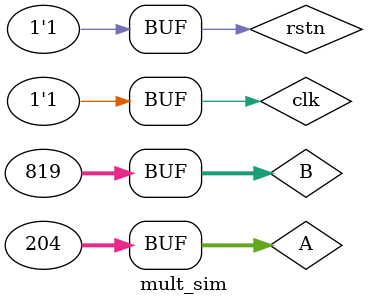
<source format=v>
`timescale 1ns / 1ps

module mult_sim();
    
    reg clk;
    reg rstn;

    wire [31:0] result;
    
    reg [31:0] A;
    reg [31:0] B;

    initial begin
        rstn <= 0;
        #(10)
            ;
        rstn <= 1;
    end

    always begin
        clk <= 0;
        #(10)
            ;
        clk <= 1;
        #(10)
            ;
    end
    
    mult_gen_0 mul
        (.CLK(clk),
         .A(A),
         .B(B),
         .P(result));
    
    initial begin  
        #(30);
        
        A = 16'h2;
        B = 16'h2;
        
        #(30);
        
        A = 16'h00cc;
        B = 16'h333;
   
    end
     
endmodule

</source>
